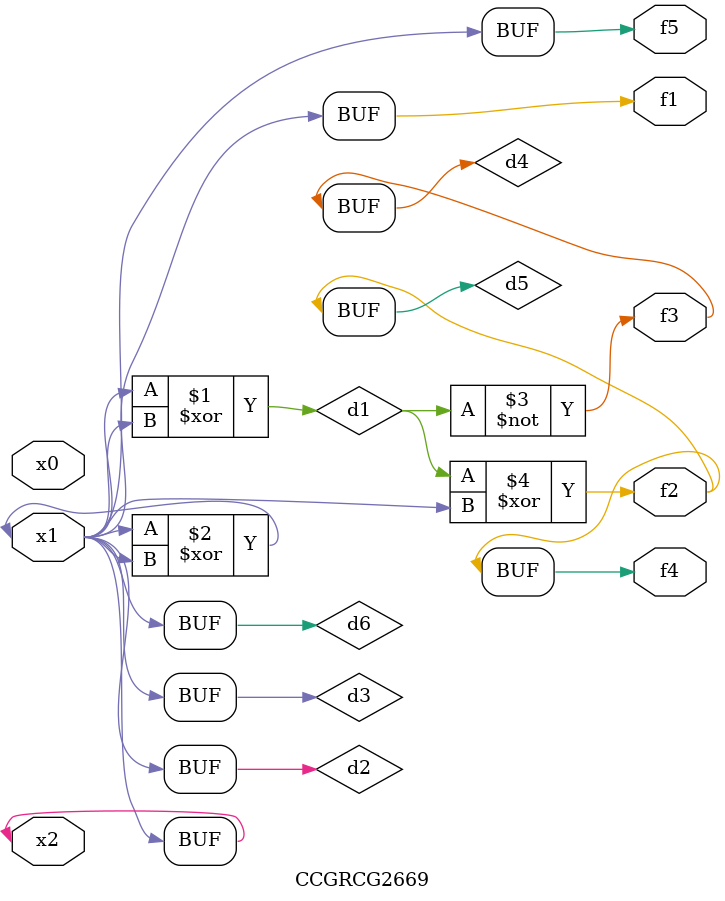
<source format=v>
module CCGRCG2669(
	input x0, x1, x2,
	output f1, f2, f3, f4, f5
);

	wire d1, d2, d3, d4, d5, d6;

	xor (d1, x1, x2);
	buf (d2, x1, x2);
	xor (d3, x1, x2);
	nor (d4, d1);
	xor (d5, d1, d2);
	buf (d6, d2, d3);
	assign f1 = d6;
	assign f2 = d5;
	assign f3 = d4;
	assign f4 = d5;
	assign f5 = d6;
endmodule

</source>
